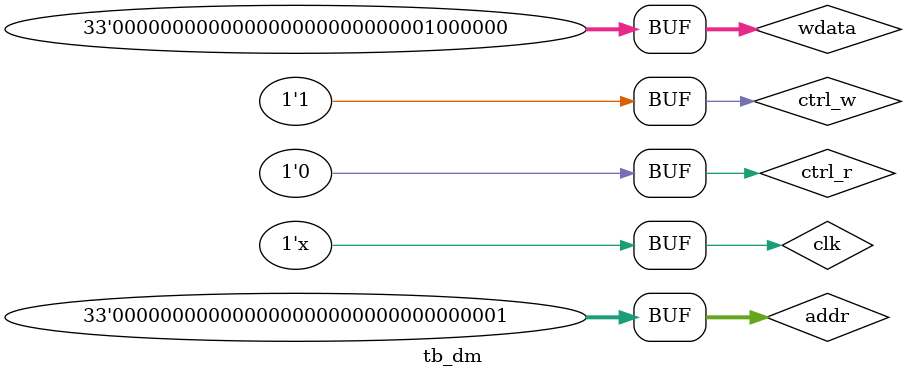
<source format=v>
`timescale 1ns / 1ps


module tb_dm;

    // Inputs
    reg clk;
    reg [32:0] addr;
    reg ctrl_w;
    reg ctrl_r;
    reg [32:0] wdata;

    // Outputs
    wire [31:0] rdata;

    // Instantiate the Unit Under Test (UUT)
    dm uut (
        .clk(clk), 
        .addr(addr), 
        .ctrl_w(ctrl_w), 
        .ctrl_r(ctrl_r), 
        .wdata(wdata), 
        .rdata(rdata)
    );

    always begin
        clk = ~clk;
        #5;
    end

    initial begin
        // Initialize Inputs
        clk = 0;
        addr = 0;
        ctrl_w = 0;
        ctrl_r = 0;
        wdata = 0;

        // Wait 100 ns for global reset to finish
        #100;
        // Add stimulus here
        #10;
        addr = 0;
        ctrl_w = 1;
        ctrl_r = 0;
        wdata = 32;

        #10;
        addr = 1;
        ctrl_w = 1;
        ctrl_r = 0;
        wdata = 64;

        #10;
        addr = 1;
        ctrl_w = 1;
        ctrl_r = 0;
        wdata = 64;


    end
      
endmodule


</source>
